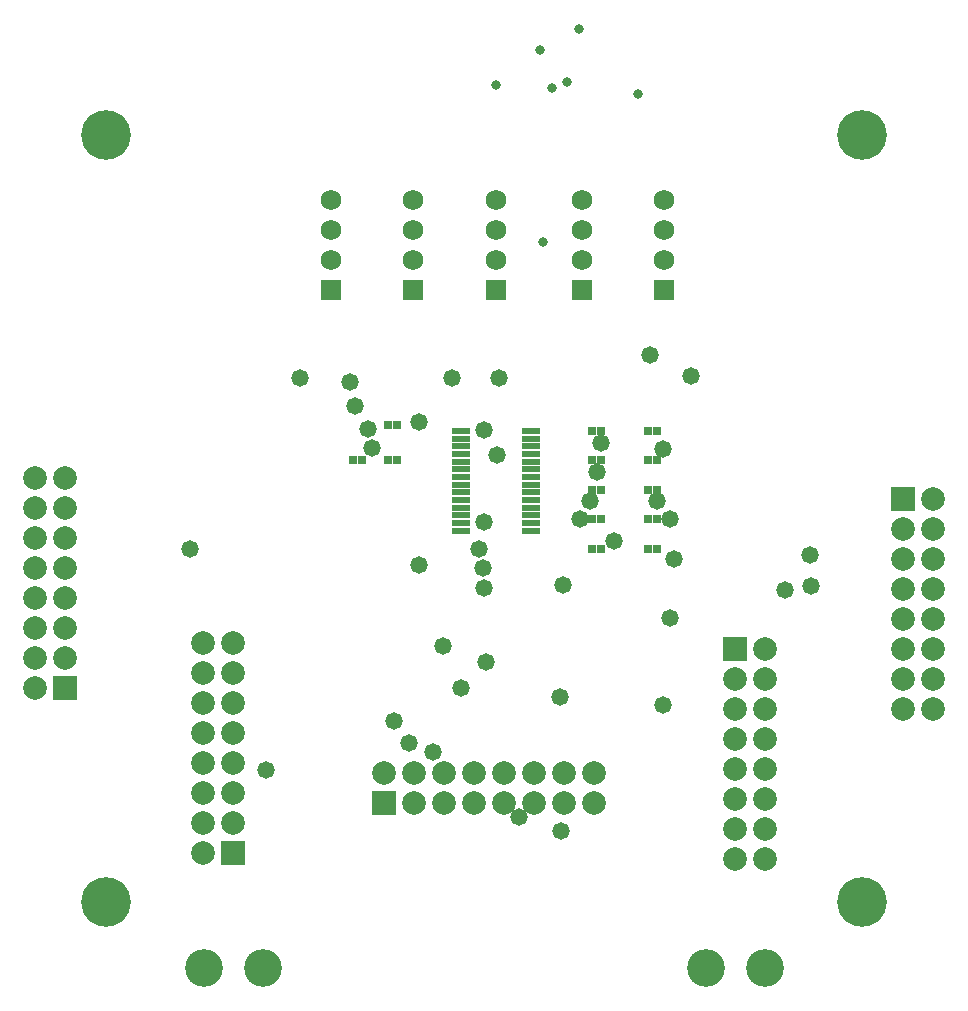
<source format=gbs>
G04 Layer_Color=8150272*
%FSLAX24Y24*%
%MOIN*%
G70*
G01*
G75*
%ADD38R,0.0297X0.0257*%
%ADD48C,0.1655*%
%ADD49C,0.0789*%
%ADD50R,0.0789X0.0789*%
%ADD51C,0.0789*%
%ADD52R,0.0789X0.0789*%
%ADD53C,0.1261*%
%ADD54R,0.0690X0.0690*%
%ADD55C,0.0690*%
%ADD56C,0.0580*%
%ADD57C,0.0316*%
%ADD58R,0.0612X0.0237*%
D38*
X35778Y32185D02*
D03*
X35482D02*
D03*
X35778Y31201D02*
D03*
X35482D02*
D03*
X33612Y32185D02*
D03*
X33907D02*
D03*
X27116Y31201D02*
D03*
X26821D02*
D03*
X25935D02*
D03*
X25640D02*
D03*
X26821Y32382D02*
D03*
X27116D02*
D03*
X33612Y31201D02*
D03*
X33907D02*
D03*
X35778Y30217D02*
D03*
X35482D02*
D03*
X33612D02*
D03*
X33907D02*
D03*
X35778Y29232D02*
D03*
X35482D02*
D03*
X33612D02*
D03*
X33907D02*
D03*
X35778Y28248D02*
D03*
X35482D02*
D03*
X33612D02*
D03*
X33907D02*
D03*
D48*
X42598Y42048D02*
D03*
X17402Y16458D02*
D03*
X42598D02*
D03*
X17402Y42048D02*
D03*
D49*
X33673Y20783D02*
D03*
Y19783D02*
D03*
X32673Y20783D02*
D03*
Y19783D02*
D03*
X31673Y20783D02*
D03*
Y19783D02*
D03*
X20654Y25110D02*
D03*
X21654D02*
D03*
X20654Y24110D02*
D03*
X21654D02*
D03*
X20654Y23110D02*
D03*
X21654D02*
D03*
X39386Y17902D02*
D03*
X38386D02*
D03*
X39386Y18902D02*
D03*
X38386D02*
D03*
X39386Y19902D02*
D03*
X38386D02*
D03*
X15043Y30622D02*
D03*
X16043D02*
D03*
X15043Y29622D02*
D03*
X16043D02*
D03*
X15043Y28622D02*
D03*
X16043D02*
D03*
X44996Y22921D02*
D03*
X43996D02*
D03*
X44996Y23921D02*
D03*
X43996D02*
D03*
X44996Y24921D02*
D03*
X43996D02*
D03*
D50*
X26673Y19783D02*
D03*
D51*
Y20783D02*
D03*
X27673Y19783D02*
D03*
Y20783D02*
D03*
X28673Y19783D02*
D03*
Y20783D02*
D03*
X29673Y19783D02*
D03*
Y20783D02*
D03*
X30673Y19783D02*
D03*
Y20783D02*
D03*
X20654Y18110D02*
D03*
X21654Y19110D02*
D03*
X20654D02*
D03*
X21654Y20110D02*
D03*
X20654D02*
D03*
X21654Y21110D02*
D03*
X20654D02*
D03*
X21654Y22110D02*
D03*
X20654D02*
D03*
X39386Y24902D02*
D03*
X38386Y23902D02*
D03*
X39386D02*
D03*
X38386Y22902D02*
D03*
X39386D02*
D03*
X38386Y21902D02*
D03*
X39386D02*
D03*
X38386Y20902D02*
D03*
X39386D02*
D03*
X15043Y23622D02*
D03*
X16043Y24622D02*
D03*
X15043D02*
D03*
X16043Y25622D02*
D03*
X15043D02*
D03*
X16043Y26622D02*
D03*
X15043D02*
D03*
X16043Y27622D02*
D03*
X15043D02*
D03*
X44996Y29921D02*
D03*
X43996Y28921D02*
D03*
X44996D02*
D03*
X43996Y27921D02*
D03*
X44996D02*
D03*
X43996Y26921D02*
D03*
X44996D02*
D03*
X43996Y25921D02*
D03*
X44996D02*
D03*
D52*
X21654Y18110D02*
D03*
X38386Y24902D02*
D03*
X16043Y23622D02*
D03*
X43996Y29921D02*
D03*
D53*
X39370Y14272D02*
D03*
X37402D02*
D03*
X20669D02*
D03*
X22638D02*
D03*
D54*
X24901Y36862D02*
D03*
X27657D02*
D03*
X30413D02*
D03*
X33268D02*
D03*
X36023D02*
D03*
D55*
X24901Y37862D02*
D03*
Y38862D02*
D03*
Y39862D02*
D03*
X27657Y37862D02*
D03*
Y38862D02*
D03*
Y39862D02*
D03*
X30413Y37862D02*
D03*
Y38862D02*
D03*
Y39862D02*
D03*
X33268Y37862D02*
D03*
Y38862D02*
D03*
Y39862D02*
D03*
X36023Y37862D02*
D03*
Y38862D02*
D03*
Y39862D02*
D03*
D56*
X36216Y29232D02*
D03*
X33210D02*
D03*
X32540Y23310D02*
D03*
X40907Y27010D02*
D03*
X26270Y31600D02*
D03*
X26160Y32230D02*
D03*
X34340Y28490D02*
D03*
X32660Y27050D02*
D03*
X30010Y29140D02*
D03*
X29840Y28230D02*
D03*
X27010Y22510D02*
D03*
X27860Y32480D02*
D03*
X35990Y23030D02*
D03*
X27860Y27700D02*
D03*
X30080Y24483D02*
D03*
X29240Y23617D02*
D03*
X32580Y18840D02*
D03*
X36910Y34020D02*
D03*
X30020Y32220D02*
D03*
X28960Y33950D02*
D03*
X20220Y28240D02*
D03*
X40041Y26877D02*
D03*
X40887Y28030D02*
D03*
X36200Y25940D02*
D03*
X36360Y27900D02*
D03*
X35560Y34720D02*
D03*
X25560Y33800D02*
D03*
X33900Y31780D02*
D03*
X25720Y33022D02*
D03*
X31194Y19310D02*
D03*
X22730Y20870D02*
D03*
X29990Y27590D02*
D03*
X30000Y26940D02*
D03*
X30450Y31380D02*
D03*
X23870Y33940D02*
D03*
X27520Y21770D02*
D03*
X28320Y21460D02*
D03*
X30502Y33950D02*
D03*
X28652Y25010D02*
D03*
X33540Y29840D02*
D03*
X35778D02*
D03*
X33770Y30790D02*
D03*
X35970Y31560D02*
D03*
D57*
X31988Y38484D02*
D03*
X32283Y43602D02*
D03*
X35138Y43406D02*
D03*
X31890Y44882D02*
D03*
X33169Y45571D02*
D03*
X32776Y43799D02*
D03*
X30413Y43701D02*
D03*
D58*
X29262Y28848D02*
D03*
Y29104D02*
D03*
Y29360D02*
D03*
Y29616D02*
D03*
Y29872D02*
D03*
Y30128D02*
D03*
Y30384D02*
D03*
Y30640D02*
D03*
Y30896D02*
D03*
Y31152D02*
D03*
Y31407D02*
D03*
Y31663D02*
D03*
Y31919D02*
D03*
Y32175D02*
D03*
X31565Y28848D02*
D03*
Y29104D02*
D03*
Y29360D02*
D03*
Y29616D02*
D03*
Y29872D02*
D03*
Y30128D02*
D03*
Y30384D02*
D03*
Y30640D02*
D03*
Y30896D02*
D03*
Y31152D02*
D03*
Y31407D02*
D03*
Y31663D02*
D03*
Y31919D02*
D03*
Y32175D02*
D03*
M02*

</source>
